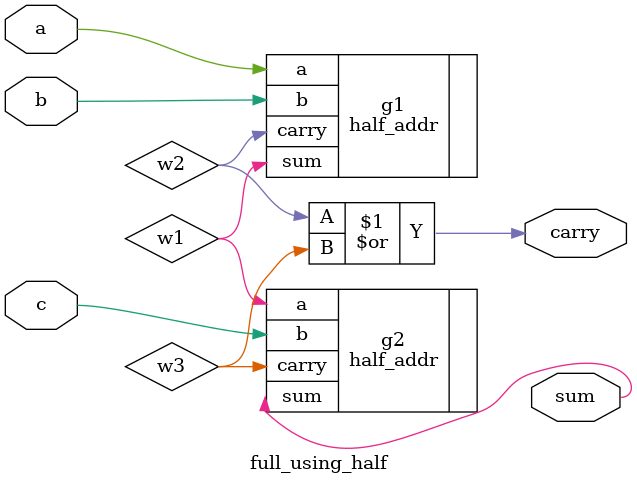
<source format=v>
module full_using_half(input a,b,c, output sum,carry);
	
	wire w1,w2,w3;

	half_addr g1 (.a(a), .b(b), .sum(w1), .carry(w2));
	half_addr g2 (.a(w1), .b(c), .sum(sum), .carry(w3));
	
	assign carry = w2 | w3;
	
endmodule

</source>
